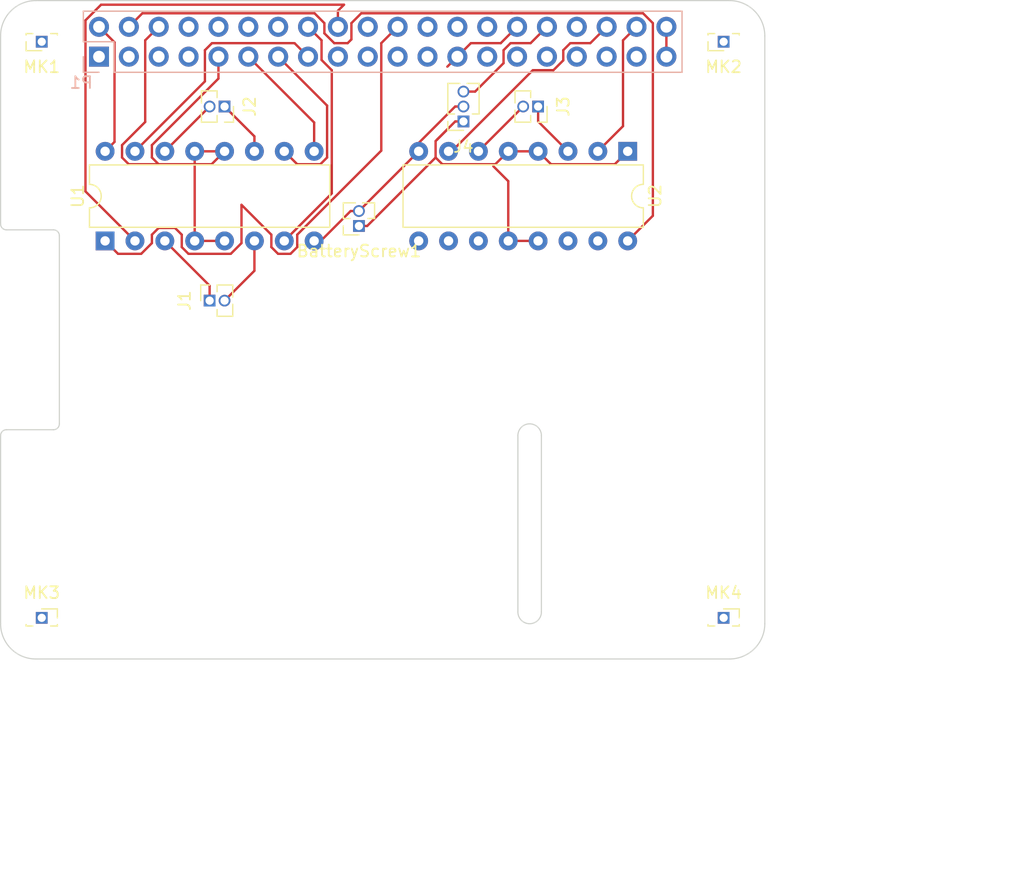
<source format=kicad_pcb>
(kicad_pcb (version 20171130) (host pcbnew "(5.1.10)-1")

  (general
    (thickness 1.6)
    (drawings 39)
    (tracks 136)
    (zones 0)
    (modules 12)
    (nets 45)
  )

  (page A3)
  (title_block
    (date "15 nov 2012")
  )

  (layers
    (0 F.Cu signal)
    (31 B.Cu signal)
    (32 B.Adhes user)
    (33 F.Adhes user)
    (34 B.Paste user)
    (35 F.Paste user)
    (36 B.SilkS user)
    (37 F.SilkS user)
    (38 B.Mask user)
    (39 F.Mask user)
    (40 Dwgs.User user)
    (41 Cmts.User user)
    (42 Eco1.User user)
    (43 Eco2.User user)
    (44 Edge.Cuts user)
  )

  (setup
    (last_trace_width 0.2)
    (trace_clearance 0.2)
    (zone_clearance 0.508)
    (zone_45_only no)
    (trace_min 0.1524)
    (via_size 0.9)
    (via_drill 0.6)
    (via_min_size 0.8)
    (via_min_drill 0.5)
    (uvia_size 0.5)
    (uvia_drill 0.1)
    (uvias_allowed no)
    (uvia_min_size 0.5)
    (uvia_min_drill 0.1)
    (edge_width 0.1)
    (segment_width 0.1)
    (pcb_text_width 0.3)
    (pcb_text_size 1 1)
    (mod_edge_width 0.15)
    (mod_text_size 1 1)
    (mod_text_width 0.15)
    (pad_size 1 1)
    (pad_drill 0.7)
    (pad_to_mask_clearance 0)
    (aux_axis_origin 200 150)
    (grid_origin 200 150)
    (visible_elements 7FFFFFFF)
    (pcbplotparams
      (layerselection 0x010ff_ffffffff)
      (usegerberextensions true)
      (usegerberattributes false)
      (usegerberadvancedattributes false)
      (creategerberjobfile false)
      (excludeedgelayer true)
      (linewidth 0.150000)
      (plotframeref false)
      (viasonmask false)
      (mode 1)
      (useauxorigin false)
      (hpglpennumber 1)
      (hpglpenspeed 20)
      (hpglpendiameter 15.000000)
      (psnegative false)
      (psa4output false)
      (plotreference true)
      (plotvalue true)
      (plotinvisibletext false)
      (padsonsilk false)
      (subtractmaskfromsilk false)
      (outputformat 1)
      (mirror false)
      (drillshape 0)
      (scaleselection 1)
      (outputdirectory "../../../../Downloads/"))
  )

  (net 0 "")
  (net 1 /ID_SD)
  (net 2 /ID_SC)
  (net 3 /GPIO5)
  (net 4 /GPIO6)
  (net 5 /GPIO26)
  (net 6 "/GPIO2(SDA1)")
  (net 7 "/GPIO3(SCL1)")
  (net 8 "/GPIO4(GCLK)")
  (net 9 "/GPIO14(TXD0)")
  (net 10 "/GPIO15(RXD0)")
  (net 11 "/GPIO17(GEN0)")
  (net 12 "/GPIO27(GEN2)")
  (net 13 "/GPIO22(GEN3)")
  (net 14 "/GPIO23(GEN4)")
  (net 15 "/GPIO24(GEN5)")
  (net 16 "/GPIO25(GEN6)")
  (net 17 "/GPIO18(GEN1)(PWM0)")
  (net 18 "/GPIO10(SPI0_MOSI)")
  (net 19 "/GPIO9(SPI0_MISO)")
  (net 20 "/GPIO11(SPI0_SCK)")
  (net 21 "/GPIO8(SPI0_CE_N)")
  (net 22 "/GPIO7(SPI1_CE_N)")
  (net 23 "/GPIO12(PWM0)")
  (net 24 "/GPIO13(PWM1)")
  (net 25 "/GPIO19(SPI1_MISO)")
  (net 26 /GPIO16)
  (net 27 "/GPIO20(SPI1_MOSI)")
  (net 28 -BATT)
  (net 29 +BATT)
  (net 30 "Net-(J1-Pad1)")
  (net 31 "Net-(J1-Pad2)")
  (net 32 "Net-(J2-Pad2)")
  (net 33 "Net-(J2-Pad1)")
  (net 34 "Net-(J3-Pad1)")
  (net 35 "Net-(J3-Pad2)")
  (net 36 "Net-(P1-Pad1)")
  (net 37 "Net-(P1-Pad2)")
  (net 38 "Net-(P1-Pad4)")
  (net 39 "Net-(P1-Pad17)")
  (net 40 "Net-(U2-Pad15)")
  (net 41 "Net-(U2-Pad14)")
  (net 42 "Net-(U2-Pad11)")
  (net 43 "Net-(U2-Pad10)")
  (net 44 "Net-(U2-Pad9)")

  (net_class Default "This is the default net class."
    (clearance 0.2)
    (trace_width 0.2)
    (via_dia 0.9)
    (via_drill 0.6)
    (uvia_dia 0.5)
    (uvia_drill 0.1)
    (add_net +BATT)
    (add_net -BATT)
    (add_net "/GPIO10(SPI0_MOSI)")
    (add_net "/GPIO11(SPI0_SCK)")
    (add_net "/GPIO12(PWM0)")
    (add_net "/GPIO13(PWM1)")
    (add_net "/GPIO14(TXD0)")
    (add_net "/GPIO15(RXD0)")
    (add_net /GPIO16)
    (add_net "/GPIO17(GEN0)")
    (add_net "/GPIO18(GEN1)(PWM0)")
    (add_net "/GPIO19(SPI1_MISO)")
    (add_net "/GPIO2(SDA1)")
    (add_net "/GPIO20(SPI1_MOSI)")
    (add_net "/GPIO22(GEN3)")
    (add_net "/GPIO23(GEN4)")
    (add_net "/GPIO24(GEN5)")
    (add_net "/GPIO25(GEN6)")
    (add_net /GPIO26)
    (add_net "/GPIO27(GEN2)")
    (add_net "/GPIO3(SCL1)")
    (add_net "/GPIO4(GCLK)")
    (add_net /GPIO5)
    (add_net /GPIO6)
    (add_net "/GPIO7(SPI1_CE_N)")
    (add_net "/GPIO8(SPI0_CE_N)")
    (add_net "/GPIO9(SPI0_MISO)")
    (add_net /ID_SC)
    (add_net /ID_SD)
    (add_net "Net-(J1-Pad1)")
    (add_net "Net-(J1-Pad2)")
    (add_net "Net-(J2-Pad1)")
    (add_net "Net-(J2-Pad2)")
    (add_net "Net-(J3-Pad1)")
    (add_net "Net-(J3-Pad2)")
    (add_net "Net-(P1-Pad1)")
    (add_net "Net-(P1-Pad17)")
    (add_net "Net-(P1-Pad2)")
    (add_net "Net-(P1-Pad4)")
    (add_net "Net-(U2-Pad10)")
    (add_net "Net-(U2-Pad11)")
    (add_net "Net-(U2-Pad14)")
    (add_net "Net-(U2-Pad15)")
    (add_net "Net-(U2-Pad9)")
  )

  (net_class Power ""
    (clearance 0.2)
    (trace_width 0.5)
    (via_dia 1)
    (via_drill 0.7)
    (uvia_dia 0.5)
    (uvia_drill 0.1)
  )

  (module Package_DIP:DIP-16_W7.62mm (layer F.Cu) (tedit 5A02E8C5) (tstamp 60D9FC0E)
    (at 253.34 106.82 270)
    (descr "16-lead though-hole mounted DIP package, row spacing 7.62 mm (300 mils)")
    (tags "THT DIP DIL PDIP 2.54mm 7.62mm 300mil")
    (path /60D85D6C)
    (fp_text reference U2 (at 3.81 -2.33 90) (layer F.SilkS)
      (effects (font (size 1 1) (thickness 0.15)))
    )
    (fp_text value L293D (at 3.81 20.11 90) (layer F.Fab)
      (effects (font (size 1 1) (thickness 0.15)))
    )
    (fp_line (start 8.7 -1.55) (end -1.1 -1.55) (layer F.CrtYd) (width 0.05))
    (fp_line (start 8.7 19.3) (end 8.7 -1.55) (layer F.CrtYd) (width 0.05))
    (fp_line (start -1.1 19.3) (end 8.7 19.3) (layer F.CrtYd) (width 0.05))
    (fp_line (start -1.1 -1.55) (end -1.1 19.3) (layer F.CrtYd) (width 0.05))
    (fp_line (start 6.46 -1.33) (end 4.81 -1.33) (layer F.SilkS) (width 0.12))
    (fp_line (start 6.46 19.11) (end 6.46 -1.33) (layer F.SilkS) (width 0.12))
    (fp_line (start 1.16 19.11) (end 6.46 19.11) (layer F.SilkS) (width 0.12))
    (fp_line (start 1.16 -1.33) (end 1.16 19.11) (layer F.SilkS) (width 0.12))
    (fp_line (start 2.81 -1.33) (end 1.16 -1.33) (layer F.SilkS) (width 0.12))
    (fp_line (start 0.635 -0.27) (end 1.635 -1.27) (layer F.Fab) (width 0.1))
    (fp_line (start 0.635 19.05) (end 0.635 -0.27) (layer F.Fab) (width 0.1))
    (fp_line (start 6.985 19.05) (end 0.635 19.05) (layer F.Fab) (width 0.1))
    (fp_line (start 6.985 -1.27) (end 6.985 19.05) (layer F.Fab) (width 0.1))
    (fp_line (start 1.635 -1.27) (end 6.985 -1.27) (layer F.Fab) (width 0.1))
    (fp_text user %R (at 3.81 8.89 90) (layer F.Fab)
      (effects (font (size 1 1) (thickness 0.15)))
    )
    (fp_arc (start 3.81 -1.33) (end 2.81 -1.33) (angle -180) (layer F.SilkS) (width 0.12))
    (pad 16 thru_hole oval (at 7.62 0 270) (size 1.6 1.6) (drill 0.8) (layers *.Cu *.Mask)
      (net 38 "Net-(P1-Pad4)"))
    (pad 8 thru_hole oval (at 0 17.78 270) (size 1.6 1.6) (drill 0.8) (layers *.Cu *.Mask)
      (net 29 +BATT))
    (pad 15 thru_hole oval (at 7.62 2.54 270) (size 1.6 1.6) (drill 0.8) (layers *.Cu *.Mask)
      (net 40 "Net-(U2-Pad15)"))
    (pad 7 thru_hole oval (at 0 15.24 270) (size 1.6 1.6) (drill 0.8) (layers *.Cu *.Mask)
      (net 26 /GPIO16))
    (pad 14 thru_hole oval (at 7.62 5.08 270) (size 1.6 1.6) (drill 0.8) (layers *.Cu *.Mask)
      (net 41 "Net-(U2-Pad14)"))
    (pad 6 thru_hole oval (at 0 12.7 270) (size 1.6 1.6) (drill 0.8) (layers *.Cu *.Mask)
      (net 35 "Net-(J3-Pad2)"))
    (pad 13 thru_hole oval (at 7.62 7.62 270) (size 1.6 1.6) (drill 0.8) (layers *.Cu *.Mask)
      (net 28 -BATT))
    (pad 5 thru_hole oval (at 0 10.16 270) (size 1.6 1.6) (drill 0.8) (layers *.Cu *.Mask)
      (net 28 -BATT))
    (pad 12 thru_hole oval (at 7.62 10.16 270) (size 1.6 1.6) (drill 0.8) (layers *.Cu *.Mask)
      (net 28 -BATT))
    (pad 4 thru_hole oval (at 0 7.62 270) (size 1.6 1.6) (drill 0.8) (layers *.Cu *.Mask)
      (net 28 -BATT))
    (pad 11 thru_hole oval (at 7.62 12.7 270) (size 1.6 1.6) (drill 0.8) (layers *.Cu *.Mask)
      (net 42 "Net-(U2-Pad11)"))
    (pad 3 thru_hole oval (at 0 5.08 270) (size 1.6 1.6) (drill 0.8) (layers *.Cu *.Mask)
      (net 34 "Net-(J3-Pad1)"))
    (pad 10 thru_hole oval (at 7.62 15.24 270) (size 1.6 1.6) (drill 0.8) (layers *.Cu *.Mask)
      (net 43 "Net-(U2-Pad10)"))
    (pad 2 thru_hole oval (at 0 2.54 270) (size 1.6 1.6) (drill 0.8) (layers *.Cu *.Mask)
      (net 27 "/GPIO20(SPI1_MOSI)"))
    (pad 9 thru_hole oval (at 7.62 17.78 270) (size 1.6 1.6) (drill 0.8) (layers *.Cu *.Mask)
      (net 44 "Net-(U2-Pad9)"))
    (pad 1 thru_hole rect (at 0 0 270) (size 1.6 1.6) (drill 0.8) (layers *.Cu *.Mask)
      (net 28 -BATT))
    (model ${KISYS3DMOD}/Package_DIP.3dshapes/DIP-16_W7.62mm.wrl
      (at (xyz 0 0 0))
      (scale (xyz 1 1 1))
      (rotate (xyz 0 0 0))
    )
  )

  (module Connector_PinSocket_1.27mm:PinSocket_1x02_P1.27mm_Vertical (layer F.Cu) (tedit 60D9E6DC) (tstamp 60D9FB5E)
    (at 245.72 103.01 270)
    (descr "Through hole straight socket strip, 1x02, 1.27mm pitch, single row (from Kicad 4.0.7), script generated")
    (tags "Through hole socket strip THT 1x02 1.27mm single row")
    (path /60D89640)
    (fp_text reference J3 (at 0 -2.135 90) (layer F.SilkS)
      (effects (font (size 1 1) (thickness 0.15)))
    )
    (fp_text value Screw_Terminal_01x02 (at 0 3.405 90) (layer F.Fab)
      (effects (font (size 1 1) (thickness 0.15)))
    )
    (fp_line (start -1.27 -0.635) (end 0.635 -0.635) (layer F.Fab) (width 0.1))
    (fp_line (start 0.635 -0.635) (end 1.27 0) (layer F.Fab) (width 0.1))
    (fp_line (start 1.27 0) (end 1.27 1.905) (layer F.Fab) (width 0.1))
    (fp_line (start 1.27 1.905) (end -1.27 1.905) (layer F.Fab) (width 0.1))
    (fp_line (start -1.27 1.905) (end -1.27 -0.635) (layer F.Fab) (width 0.1))
    (fp_line (start -1.33 0.635) (end -0.76 0.635) (layer F.SilkS) (width 0.12))
    (fp_line (start 0.76 0.635) (end 1.33 0.635) (layer F.SilkS) (width 0.12))
    (fp_line (start -1.33 0.635) (end -1.33 1.965) (layer F.SilkS) (width 0.12))
    (fp_line (start -1.33 1.965) (end -0.30753 1.965) (layer F.SilkS) (width 0.12))
    (fp_line (start 0.30753 1.965) (end 1.33 1.965) (layer F.SilkS) (width 0.12))
    (fp_line (start 1.33 0.635) (end 1.33 1.965) (layer F.SilkS) (width 0.12))
    (fp_line (start 1.33 -0.76) (end 1.33 0) (layer F.SilkS) (width 0.12))
    (fp_line (start 0 -0.76) (end 1.33 -0.76) (layer F.SilkS) (width 0.12))
    (fp_line (start -1.8 -1.15) (end 1.75 -1.15) (layer F.CrtYd) (width 0.05))
    (fp_line (start 1.75 -1.15) (end 1.75 2.4) (layer F.CrtYd) (width 0.05))
    (fp_line (start 1.75 2.4) (end -1.8 2.4) (layer F.CrtYd) (width 0.05))
    (fp_line (start -1.8 2.4) (end -1.8 -1.15) (layer F.CrtYd) (width 0.05))
    (fp_text user %R (at 0 0.635) (layer F.Fab)
      (effects (font (size 1 1) (thickness 0.15)))
    )
    (pad 1 thru_hole rect (at 0 0 270) (size 1 1) (drill 0.7) (layers *.Cu *.Mask)
      (net 34 "Net-(J3-Pad1)"))
    (pad 2 thru_hole oval (at 0 1.27 270) (size 1 1) (drill 0.7) (layers *.Cu *.Mask)
      (net 35 "Net-(J3-Pad2)"))
    (model ${KISYS3DMOD}/Connector_PinSocket_1.27mm.3dshapes/PinSocket_1x02_P1.27mm_Vertical.wrl
      (at (xyz 0 0 0))
      (scale (xyz 1 1 1))
      (rotate (xyz 0 0 0))
    )
  )

  (module Connector_PinSocket_2.54mm:PinSocket_2x20_P2.54mm_Vertical (layer B.Cu) (tedit 5A19A433) (tstamp 5A793E9F)
    (at 208.37 98.77 270)
    (descr "Through hole straight socket strip, 2x20, 2.54mm pitch, double cols (from Kicad 4.0.7), script generated")
    (tags "Through hole socket strip THT 2x20 2.54mm double row")
    (path /59AD464A)
    (fp_text reference P1 (at 2.208 1.512) (layer B.SilkS)
      (effects (font (size 1 1) (thickness 0.15)) (justify mirror))
    )
    (fp_text value Conn_02x20_Odd_Even (at -1.27 -51.03 270) (layer B.Fab)
      (effects (font (size 1 1) (thickness 0.15)) (justify mirror))
    )
    (fp_line (start -3.81 1.27) (end 0.27 1.27) (layer B.Fab) (width 0.1))
    (fp_line (start 0.27 1.27) (end 1.27 0.27) (layer B.Fab) (width 0.1))
    (fp_line (start 1.27 0.27) (end 1.27 -49.53) (layer B.Fab) (width 0.1))
    (fp_line (start 1.27 -49.53) (end -3.81 -49.53) (layer B.Fab) (width 0.1))
    (fp_line (start -3.81 -49.53) (end -3.81 1.27) (layer B.Fab) (width 0.1))
    (fp_line (start -3.87 1.33) (end -1.27 1.33) (layer B.SilkS) (width 0.12))
    (fp_line (start -3.87 1.33) (end -3.87 -49.59) (layer B.SilkS) (width 0.12))
    (fp_line (start -3.87 -49.59) (end 1.33 -49.59) (layer B.SilkS) (width 0.12))
    (fp_line (start 1.33 -1.27) (end 1.33 -49.59) (layer B.SilkS) (width 0.12))
    (fp_line (start -1.27 -1.27) (end 1.33 -1.27) (layer B.SilkS) (width 0.12))
    (fp_line (start -1.27 1.33) (end -1.27 -1.27) (layer B.SilkS) (width 0.12))
    (fp_line (start 1.33 1.33) (end 1.33 0) (layer B.SilkS) (width 0.12))
    (fp_line (start 0 1.33) (end 1.33 1.33) (layer B.SilkS) (width 0.12))
    (fp_line (start -4.34 1.8) (end 1.76 1.8) (layer B.CrtYd) (width 0.05))
    (fp_line (start 1.76 1.8) (end 1.76 -50) (layer B.CrtYd) (width 0.05))
    (fp_line (start 1.76 -50) (end -4.34 -50) (layer B.CrtYd) (width 0.05))
    (fp_line (start -4.34 -50) (end -4.34 1.8) (layer B.CrtYd) (width 0.05))
    (fp_text user %R (at -1.27 -24.13 180) (layer B.Fab)
      (effects (font (size 1 1) (thickness 0.15)) (justify mirror))
    )
    (pad 1 thru_hole rect (at 0 0 270) (size 1.7 1.7) (drill 1) (layers *.Cu *.Mask)
      (net 36 "Net-(P1-Pad1)"))
    (pad 2 thru_hole oval (at -2.54 0 270) (size 1.7 1.7) (drill 1) (layers *.Cu *.Mask)
      (net 37 "Net-(P1-Pad2)"))
    (pad 3 thru_hole oval (at 0 -2.54 270) (size 1.7 1.7) (drill 1) (layers *.Cu *.Mask)
      (net 6 "/GPIO2(SDA1)"))
    (pad 4 thru_hole oval (at -2.54 -2.54 270) (size 1.7 1.7) (drill 1) (layers *.Cu *.Mask)
      (net 38 "Net-(P1-Pad4)"))
    (pad 5 thru_hole oval (at 0 -5.08 270) (size 1.7 1.7) (drill 1) (layers *.Cu *.Mask)
      (net 7 "/GPIO3(SCL1)"))
    (pad 6 thru_hole oval (at -2.54 -5.08 270) (size 1.7 1.7) (drill 1) (layers *.Cu *.Mask)
      (net 28 -BATT))
    (pad 7 thru_hole oval (at 0 -7.62 270) (size 1.7 1.7) (drill 1) (layers *.Cu *.Mask)
      (net 8 "/GPIO4(GCLK)"))
    (pad 8 thru_hole oval (at -2.54 -7.62 270) (size 1.7 1.7) (drill 1) (layers *.Cu *.Mask)
      (net 9 "/GPIO14(TXD0)"))
    (pad 9 thru_hole oval (at 0 -10.16 270) (size 1.7 1.7) (drill 1) (layers *.Cu *.Mask)
      (net 28 -BATT))
    (pad 10 thru_hole oval (at -2.54 -10.16 270) (size 1.7 1.7) (drill 1) (layers *.Cu *.Mask)
      (net 10 "/GPIO15(RXD0)"))
    (pad 11 thru_hole oval (at 0 -12.7 270) (size 1.7 1.7) (drill 1) (layers *.Cu *.Mask)
      (net 11 "/GPIO17(GEN0)"))
    (pad 12 thru_hole oval (at -2.54 -12.7 270) (size 1.7 1.7) (drill 1) (layers *.Cu *.Mask)
      (net 17 "/GPIO18(GEN1)(PWM0)"))
    (pad 13 thru_hole oval (at 0 -15.24 270) (size 1.7 1.7) (drill 1) (layers *.Cu *.Mask)
      (net 12 "/GPIO27(GEN2)"))
    (pad 14 thru_hole oval (at -2.54 -15.24 270) (size 1.7 1.7) (drill 1) (layers *.Cu *.Mask)
      (net 28 -BATT))
    (pad 15 thru_hole oval (at 0 -17.78 270) (size 1.7 1.7) (drill 1) (layers *.Cu *.Mask)
      (net 13 "/GPIO22(GEN3)"))
    (pad 16 thru_hole oval (at -2.54 -17.78 270) (size 1.7 1.7) (drill 1) (layers *.Cu *.Mask)
      (net 14 "/GPIO23(GEN4)"))
    (pad 17 thru_hole oval (at 0 -20.32 270) (size 1.7 1.7) (drill 1) (layers *.Cu *.Mask)
      (net 39 "Net-(P1-Pad17)"))
    (pad 18 thru_hole oval (at -2.54 -20.32 270) (size 1.7 1.7) (drill 1) (layers *.Cu *.Mask)
      (net 15 "/GPIO24(GEN5)"))
    (pad 19 thru_hole oval (at 0 -22.86 270) (size 1.7 1.7) (drill 1) (layers *.Cu *.Mask)
      (net 18 "/GPIO10(SPI0_MOSI)"))
    (pad 20 thru_hole oval (at -2.54 -22.86 270) (size 1.7 1.7) (drill 1) (layers *.Cu *.Mask)
      (net 28 -BATT))
    (pad 21 thru_hole oval (at 0 -25.4 270) (size 1.7 1.7) (drill 1) (layers *.Cu *.Mask)
      (net 19 "/GPIO9(SPI0_MISO)"))
    (pad 22 thru_hole oval (at -2.54 -25.4 270) (size 1.7 1.7) (drill 1) (layers *.Cu *.Mask)
      (net 16 "/GPIO25(GEN6)"))
    (pad 23 thru_hole oval (at 0 -27.94 270) (size 1.7 1.7) (drill 1) (layers *.Cu *.Mask)
      (net 20 "/GPIO11(SPI0_SCK)"))
    (pad 24 thru_hole oval (at -2.54 -27.94 270) (size 1.7 1.7) (drill 1) (layers *.Cu *.Mask)
      (net 21 "/GPIO8(SPI0_CE_N)"))
    (pad 25 thru_hole oval (at 0 -30.48 270) (size 1.7 1.7) (drill 1) (layers *.Cu *.Mask)
      (net 28 -BATT))
    (pad 26 thru_hole oval (at -2.54 -30.48 270) (size 1.7 1.7) (drill 1) (layers *.Cu *.Mask)
      (net 22 "/GPIO7(SPI1_CE_N)"))
    (pad 27 thru_hole oval (at 0 -33.02 270) (size 1.7 1.7) (drill 1) (layers *.Cu *.Mask)
      (net 1 /ID_SD))
    (pad 28 thru_hole oval (at -2.54 -33.02 270) (size 1.7 1.7) (drill 1) (layers *.Cu *.Mask)
      (net 2 /ID_SC))
    (pad 29 thru_hole oval (at 0 -35.56 270) (size 1.7 1.7) (drill 1) (layers *.Cu *.Mask)
      (net 3 /GPIO5))
    (pad 30 thru_hole oval (at -2.54 -35.56 270) (size 1.7 1.7) (drill 1) (layers *.Cu *.Mask)
      (net 28 -BATT))
    (pad 31 thru_hole oval (at 0 -38.1 270) (size 1.7 1.7) (drill 1) (layers *.Cu *.Mask)
      (net 4 /GPIO6))
    (pad 32 thru_hole oval (at -2.54 -38.1 270) (size 1.7 1.7) (drill 1) (layers *.Cu *.Mask)
      (net 23 "/GPIO12(PWM0)"))
    (pad 33 thru_hole oval (at 0 -40.64 270) (size 1.7 1.7) (drill 1) (layers *.Cu *.Mask)
      (net 24 "/GPIO13(PWM1)"))
    (pad 34 thru_hole oval (at -2.54 -40.64 270) (size 1.7 1.7) (drill 1) (layers *.Cu *.Mask)
      (net 28 -BATT))
    (pad 35 thru_hole oval (at 0 -43.18 270) (size 1.7 1.7) (drill 1) (layers *.Cu *.Mask)
      (net 25 "/GPIO19(SPI1_MISO)"))
    (pad 36 thru_hole oval (at -2.54 -43.18 270) (size 1.7 1.7) (drill 1) (layers *.Cu *.Mask)
      (net 26 /GPIO16))
    (pad 37 thru_hole oval (at 0 -45.72 270) (size 1.7 1.7) (drill 1) (layers *.Cu *.Mask)
      (net 5 /GPIO26))
    (pad 38 thru_hole oval (at -2.54 -45.72 270) (size 1.7 1.7) (drill 1) (layers *.Cu *.Mask)
      (net 27 "/GPIO20(SPI1_MOSI)"))
    (pad 39 thru_hole oval (at 0 -48.26 270) (size 1.7 1.7) (drill 1) (layers *.Cu *.Mask)
      (net 28 -BATT))
    (pad 40 thru_hole oval (at -2.54 -48.26 270) (size 1.7 1.7) (drill 1) (layers *.Cu *.Mask)
      (net 28 -BATT))
    (model ${KISYS3DMOD}/Connector_PinSocket_2.54mm.3dshapes/PinSocket_2x20_P2.54mm_Vertical.wrl
      (at (xyz 0 0 0))
      (scale (xyz 1 1 1))
      (rotate (xyz 0 0 0))
    )
  )

  (module Connector_PinSocket_1.27mm:PinSocket_1x02_P1.27mm_Vertical (layer F.Cu) (tedit 60DA881B) (tstamp 60D9FB2E)
    (at 217.78 119.52 90)
    (descr "Through hole straight socket strip, 1x02, 1.27mm pitch, single row (from Kicad 4.0.7), script generated")
    (tags "Through hole socket strip THT 1x02 1.27mm single row")
    (path /60D87981)
    (fp_text reference J1 (at 0 -2.135 90) (layer F.SilkS)
      (effects (font (size 1 1) (thickness 0.15)))
    )
    (fp_text value Screw_Terminal_01x02 (at 0 3.405 90) (layer F.Fab)
      (effects (font (size 1 1) (thickness 0.15)))
    )
    (fp_line (start -1.27 -0.635) (end 0.635 -0.635) (layer F.Fab) (width 0.1))
    (fp_line (start 0.635 -0.635) (end 1.27 0) (layer F.Fab) (width 0.1))
    (fp_line (start 1.27 0) (end 1.27 1.905) (layer F.Fab) (width 0.1))
    (fp_line (start 1.27 1.905) (end -1.27 1.905) (layer F.Fab) (width 0.1))
    (fp_line (start -1.27 1.905) (end -1.27 -0.635) (layer F.Fab) (width 0.1))
    (fp_line (start -1.33 0.635) (end -0.76 0.635) (layer F.SilkS) (width 0.12))
    (fp_line (start 0.76 0.635) (end 1.33 0.635) (layer F.SilkS) (width 0.12))
    (fp_line (start -1.33 0.635) (end -1.33 1.965) (layer F.SilkS) (width 0.12))
    (fp_line (start -1.33 1.965) (end -0.30753 1.965) (layer F.SilkS) (width 0.12))
    (fp_line (start 0.30753 1.965) (end 1.33 1.965) (layer F.SilkS) (width 0.12))
    (fp_line (start 1.33 0.635) (end 1.33 1.965) (layer F.SilkS) (width 0.12))
    (fp_line (start 1.33 -0.76) (end 1.33 0) (layer F.SilkS) (width 0.12))
    (fp_line (start 0 -0.76) (end 1.33 -0.76) (layer F.SilkS) (width 0.12))
    (fp_line (start -1.8 -1.15) (end 1.75 -1.15) (layer F.CrtYd) (width 0.05))
    (fp_line (start 1.75 -1.15) (end 1.75 2.4) (layer F.CrtYd) (width 0.05))
    (fp_line (start 1.75 2.4) (end -1.8 2.4) (layer F.CrtYd) (width 0.05))
    (fp_line (start -1.8 2.4) (end -1.8 -1.15) (layer F.CrtYd) (width 0.05))
    (fp_text user %R (at 0 0.635) (layer F.Fab)
      (effects (font (size 1 1) (thickness 0.15)))
    )
    (pad 1 thru_hole rect (at 0 0 90) (size 1 1) (drill 0.7) (layers *.Cu *.Mask)
      (net 30 "Net-(J1-Pad1)"))
    (pad 2 thru_hole oval (at 0 1.27 90) (size 1 1) (drill 0.7) (layers *.Cu *.Mask)
      (net 31 "Net-(J1-Pad2)"))
    (model ${KISYS3DMOD}/Connector_PinSocket_1.27mm.3dshapes/PinSocket_1x02_P1.27mm_Vertical.wrl
      (at (xyz 0 0 0))
      (scale (xyz 1 1 1))
      (rotate (xyz 0 0 0))
    )
  )

  (module Connector_PinSocket_1.27mm:PinSocket_1x02_P1.27mm_Vertical (layer F.Cu) (tedit 60D9E6C1) (tstamp 60D9FB46)
    (at 219.05 103.01 270)
    (descr "Through hole straight socket strip, 1x02, 1.27mm pitch, single row (from Kicad 4.0.7), script generated")
    (tags "Through hole socket strip THT 1x02 1.27mm single row")
    (path /60D88A47)
    (fp_text reference J2 (at 0 -2.135 90) (layer F.SilkS)
      (effects (font (size 1 1) (thickness 0.15)))
    )
    (fp_text value Screw_Terminal_01x02 (at 0 3.405 90) (layer F.Fab)
      (effects (font (size 1 1) (thickness 0.15)))
    )
    (fp_line (start -1.8 2.4) (end -1.8 -1.15) (layer F.CrtYd) (width 0.05))
    (fp_line (start 1.75 2.4) (end -1.8 2.4) (layer F.CrtYd) (width 0.05))
    (fp_line (start 1.75 -1.15) (end 1.75 2.4) (layer F.CrtYd) (width 0.05))
    (fp_line (start -1.8 -1.15) (end 1.75 -1.15) (layer F.CrtYd) (width 0.05))
    (fp_line (start 0 -0.76) (end 1.33 -0.76) (layer F.SilkS) (width 0.12))
    (fp_line (start 1.33 -0.76) (end 1.33 0) (layer F.SilkS) (width 0.12))
    (fp_line (start 1.33 0.635) (end 1.33 1.965) (layer F.SilkS) (width 0.12))
    (fp_line (start 0.30753 1.965) (end 1.33 1.965) (layer F.SilkS) (width 0.12))
    (fp_line (start -1.33 1.965) (end -0.30753 1.965) (layer F.SilkS) (width 0.12))
    (fp_line (start -1.33 0.635) (end -1.33 1.965) (layer F.SilkS) (width 0.12))
    (fp_line (start 0.76 0.635) (end 1.33 0.635) (layer F.SilkS) (width 0.12))
    (fp_line (start -1.33 0.635) (end -0.76 0.635) (layer F.SilkS) (width 0.12))
    (fp_line (start -1.27 1.905) (end -1.27 -0.635) (layer F.Fab) (width 0.1))
    (fp_line (start 1.27 1.905) (end -1.27 1.905) (layer F.Fab) (width 0.1))
    (fp_line (start 1.27 0) (end 1.27 1.905) (layer F.Fab) (width 0.1))
    (fp_line (start 0.635 -0.635) (end 1.27 0) (layer F.Fab) (width 0.1))
    (fp_line (start -1.27 -0.635) (end 0.635 -0.635) (layer F.Fab) (width 0.1))
    (fp_text user %R (at 0 0.635) (layer F.Fab)
      (effects (font (size 1 1) (thickness 0.15)))
    )
    (pad 2 thru_hole oval (at 0 1.27 270) (size 1 1) (drill 0.7) (layers *.Cu *.Mask)
      (net 32 "Net-(J2-Pad2)"))
    (pad 1 thru_hole rect (at 0 0 270) (size 1 1) (drill 0.7) (layers *.Cu *.Mask)
      (net 33 "Net-(J2-Pad1)"))
    (model ${KISYS3DMOD}/Connector_PinSocket_1.27mm.3dshapes/PinSocket_1x02_P1.27mm_Vertical.wrl
      (at (xyz 0 0 0))
      (scale (xyz 1 1 1))
      (rotate (xyz 0 0 0))
    )
  )

  (module Connector_PinSocket_1.27mm:PinSocket_1x01_P1.27mm_Vertical (layer F.Cu) (tedit 5A19A430) (tstamp 60D9FB77)
    (at 203.5 97.5 180)
    (descr "Through hole straight socket strip, 1x01, 1.27mm pitch, single row (from Kicad 4.0.7), script generated")
    (tags "Through hole socket strip THT 1x01 1.27mm single row")
    (path /5834FB2E)
    (fp_text reference MK1 (at 0 -2.135) (layer F.SilkS)
      (effects (font (size 1 1) (thickness 0.15)))
    )
    (fp_text value M2.5 (at 0 2.135) (layer F.Fab)
      (effects (font (size 1 1) (thickness 0.15)))
    )
    (fp_line (start -1.27 -0.635) (end 0.9525 -0.635) (layer F.Fab) (width 0.1))
    (fp_line (start 0.9525 -0.635) (end 1.27 -0.3175) (layer F.Fab) (width 0.1))
    (fp_line (start 1.27 -0.3175) (end 1.27 0.635) (layer F.Fab) (width 0.1))
    (fp_line (start 1.27 0.635) (end -1.27 0.635) (layer F.Fab) (width 0.1))
    (fp_line (start -1.27 0.635) (end -1.27 -0.635) (layer F.Fab) (width 0.1))
    (fp_line (start -1.33 0.695) (end -0.76 0.695) (layer F.SilkS) (width 0.12))
    (fp_line (start 0.76 0.695) (end 1.33 0.695) (layer F.SilkS) (width 0.12))
    (fp_line (start -1.33 0.575) (end -1.33 0.695) (layer F.SilkS) (width 0.12))
    (fp_line (start 1.33 0.575) (end 1.33 0.695) (layer F.SilkS) (width 0.12))
    (fp_line (start 1.33 -0.76) (end 1.33 0) (layer F.SilkS) (width 0.12))
    (fp_line (start 0 -0.76) (end 1.33 -0.76) (layer F.SilkS) (width 0.12))
    (fp_line (start -1.8 -1.15) (end 1.75 -1.15) (layer F.CrtYd) (width 0.05))
    (fp_line (start 1.75 -1.15) (end 1.75 1.15) (layer F.CrtYd) (width 0.05))
    (fp_line (start 1.75 1.15) (end -1.8 1.15) (layer F.CrtYd) (width 0.05))
    (fp_line (start -1.8 1.15) (end -1.8 -1.15) (layer F.CrtYd) (width 0.05))
    (fp_text user %R (at 0 0) (layer F.Fab)
      (effects (font (size 0.76 0.76) (thickness 0.11)))
    )
    (pad 1 thru_hole rect (at 0 0 180) (size 1 1) (drill 0.7) (layers *.Cu *.Mask))
    (model ${KISYS3DMOD}/Connector_PinSocket_1.27mm.3dshapes/PinSocket_1x01_P1.27mm_Vertical.wrl
      (at (xyz 0 0 0))
      (scale (xyz 1 1 1))
      (rotate (xyz 0 0 0))
    )
  )

  (module Connector_PinSocket_1.27mm:PinSocket_1x01_P1.27mm_Vertical (layer F.Cu) (tedit 5A19A430) (tstamp 60D9FB8B)
    (at 261.5 97.5 180)
    (descr "Through hole straight socket strip, 1x01, 1.27mm pitch, single row (from Kicad 4.0.7), script generated")
    (tags "Through hole socket strip THT 1x01 1.27mm single row")
    (path /5834FC19)
    (fp_text reference MK2 (at 0 -2.135) (layer F.SilkS)
      (effects (font (size 1 1) (thickness 0.15)))
    )
    (fp_text value M2.5 (at 0 2.135) (layer F.Fab)
      (effects (font (size 1 1) (thickness 0.15)))
    )
    (fp_line (start -1.27 -0.635) (end 0.9525 -0.635) (layer F.Fab) (width 0.1))
    (fp_line (start 0.9525 -0.635) (end 1.27 -0.3175) (layer F.Fab) (width 0.1))
    (fp_line (start 1.27 -0.3175) (end 1.27 0.635) (layer F.Fab) (width 0.1))
    (fp_line (start 1.27 0.635) (end -1.27 0.635) (layer F.Fab) (width 0.1))
    (fp_line (start -1.27 0.635) (end -1.27 -0.635) (layer F.Fab) (width 0.1))
    (fp_line (start -1.33 0.695) (end -0.76 0.695) (layer F.SilkS) (width 0.12))
    (fp_line (start 0.76 0.695) (end 1.33 0.695) (layer F.SilkS) (width 0.12))
    (fp_line (start -1.33 0.575) (end -1.33 0.695) (layer F.SilkS) (width 0.12))
    (fp_line (start 1.33 0.575) (end 1.33 0.695) (layer F.SilkS) (width 0.12))
    (fp_line (start 1.33 -0.76) (end 1.33 0) (layer F.SilkS) (width 0.12))
    (fp_line (start 0 -0.76) (end 1.33 -0.76) (layer F.SilkS) (width 0.12))
    (fp_line (start -1.8 -1.15) (end 1.75 -1.15) (layer F.CrtYd) (width 0.05))
    (fp_line (start 1.75 -1.15) (end 1.75 1.15) (layer F.CrtYd) (width 0.05))
    (fp_line (start 1.75 1.15) (end -1.8 1.15) (layer F.CrtYd) (width 0.05))
    (fp_line (start -1.8 1.15) (end -1.8 -1.15) (layer F.CrtYd) (width 0.05))
    (fp_text user %R (at 0 0) (layer F.Fab)
      (effects (font (size 0.76 0.76) (thickness 0.11)))
    )
    (pad 1 thru_hole rect (at 0 0 180) (size 1 1) (drill 0.7) (layers *.Cu *.Mask))
    (model ${KISYS3DMOD}/Connector_PinSocket_1.27mm.3dshapes/PinSocket_1x01_P1.27mm_Vertical.wrl
      (at (xyz 0 0 0))
      (scale (xyz 1 1 1))
      (rotate (xyz 0 0 0))
    )
  )

  (module Connector_PinSocket_1.27mm:PinSocket_1x01_P1.27mm_Vertical (layer F.Cu) (tedit 5A19A430) (tstamp 60D9FB9F)
    (at 203.5 146.5)
    (descr "Through hole straight socket strip, 1x01, 1.27mm pitch, single row (from Kicad 4.0.7), script generated")
    (tags "Through hole socket strip THT 1x01 1.27mm single row")
    (path /5834FBEF)
    (fp_text reference MK3 (at 0 -2.135) (layer F.SilkS)
      (effects (font (size 1 1) (thickness 0.15)))
    )
    (fp_text value M2.5 (at 0 2.135) (layer F.Fab)
      (effects (font (size 1 1) (thickness 0.15)))
    )
    (fp_line (start -1.8 1.15) (end -1.8 -1.15) (layer F.CrtYd) (width 0.05))
    (fp_line (start 1.75 1.15) (end -1.8 1.15) (layer F.CrtYd) (width 0.05))
    (fp_line (start 1.75 -1.15) (end 1.75 1.15) (layer F.CrtYd) (width 0.05))
    (fp_line (start -1.8 -1.15) (end 1.75 -1.15) (layer F.CrtYd) (width 0.05))
    (fp_line (start 0 -0.76) (end 1.33 -0.76) (layer F.SilkS) (width 0.12))
    (fp_line (start 1.33 -0.76) (end 1.33 0) (layer F.SilkS) (width 0.12))
    (fp_line (start 1.33 0.575) (end 1.33 0.695) (layer F.SilkS) (width 0.12))
    (fp_line (start -1.33 0.575) (end -1.33 0.695) (layer F.SilkS) (width 0.12))
    (fp_line (start 0.76 0.695) (end 1.33 0.695) (layer F.SilkS) (width 0.12))
    (fp_line (start -1.33 0.695) (end -0.76 0.695) (layer F.SilkS) (width 0.12))
    (fp_line (start -1.27 0.635) (end -1.27 -0.635) (layer F.Fab) (width 0.1))
    (fp_line (start 1.27 0.635) (end -1.27 0.635) (layer F.Fab) (width 0.1))
    (fp_line (start 1.27 -0.3175) (end 1.27 0.635) (layer F.Fab) (width 0.1))
    (fp_line (start 0.9525 -0.635) (end 1.27 -0.3175) (layer F.Fab) (width 0.1))
    (fp_line (start -1.27 -0.635) (end 0.9525 -0.635) (layer F.Fab) (width 0.1))
    (fp_text user %R (at 0 0) (layer F.Fab)
      (effects (font (size 0.76 0.76) (thickness 0.11)))
    )
    (pad 1 thru_hole rect (at 0 0) (size 1 1) (drill 0.7) (layers *.Cu *.Mask))
    (model ${KISYS3DMOD}/Connector_PinSocket_1.27mm.3dshapes/PinSocket_1x01_P1.27mm_Vertical.wrl
      (at (xyz 0 0 0))
      (scale (xyz 1 1 1))
      (rotate (xyz 0 0 0))
    )
  )

  (module Connector_PinSocket_1.27mm:PinSocket_1x01_P1.27mm_Vertical (layer F.Cu) (tedit 5A19A430) (tstamp 60D9FBB3)
    (at 261.5 146.5)
    (descr "Through hole straight socket strip, 1x01, 1.27mm pitch, single row (from Kicad 4.0.7), script generated")
    (tags "Through hole socket strip THT 1x01 1.27mm single row")
    (path /5834FC4F)
    (fp_text reference MK4 (at 0 -2.135) (layer F.SilkS)
      (effects (font (size 1 1) (thickness 0.15)))
    )
    (fp_text value M2.5 (at 0 2.135) (layer F.Fab)
      (effects (font (size 1 1) (thickness 0.15)))
    )
    (fp_line (start -1.8 1.15) (end -1.8 -1.15) (layer F.CrtYd) (width 0.05))
    (fp_line (start 1.75 1.15) (end -1.8 1.15) (layer F.CrtYd) (width 0.05))
    (fp_line (start 1.75 -1.15) (end 1.75 1.15) (layer F.CrtYd) (width 0.05))
    (fp_line (start -1.8 -1.15) (end 1.75 -1.15) (layer F.CrtYd) (width 0.05))
    (fp_line (start 0 -0.76) (end 1.33 -0.76) (layer F.SilkS) (width 0.12))
    (fp_line (start 1.33 -0.76) (end 1.33 0) (layer F.SilkS) (width 0.12))
    (fp_line (start 1.33 0.575) (end 1.33 0.695) (layer F.SilkS) (width 0.12))
    (fp_line (start -1.33 0.575) (end -1.33 0.695) (layer F.SilkS) (width 0.12))
    (fp_line (start 0.76 0.695) (end 1.33 0.695) (layer F.SilkS) (width 0.12))
    (fp_line (start -1.33 0.695) (end -0.76 0.695) (layer F.SilkS) (width 0.12))
    (fp_line (start -1.27 0.635) (end -1.27 -0.635) (layer F.Fab) (width 0.1))
    (fp_line (start 1.27 0.635) (end -1.27 0.635) (layer F.Fab) (width 0.1))
    (fp_line (start 1.27 -0.3175) (end 1.27 0.635) (layer F.Fab) (width 0.1))
    (fp_line (start 0.9525 -0.635) (end 1.27 -0.3175) (layer F.Fab) (width 0.1))
    (fp_line (start -1.27 -0.635) (end 0.9525 -0.635) (layer F.Fab) (width 0.1))
    (fp_text user %R (at 0 0) (layer F.Fab)
      (effects (font (size 0.76 0.76) (thickness 0.11)))
    )
    (pad 1 thru_hole rect (at 0 0) (size 1 1) (drill 0.7) (layers *.Cu *.Mask))
    (model ${KISYS3DMOD}/Connector_PinSocket_1.27mm.3dshapes/PinSocket_1x01_P1.27mm_Vertical.wrl
      (at (xyz 0 0 0))
      (scale (xyz 1 1 1))
      (rotate (xyz 0 0 0))
    )
  )

  (module Package_DIP:DIP-16_W7.62mm (layer F.Cu) (tedit 60D9E6B1) (tstamp 60D9FBEA)
    (at 208.89 114.44 90)
    (descr "16-lead though-hole mounted DIP package, row spacing 7.62 mm (300 mils)")
    (tags "THT DIP DIL PDIP 2.54mm 7.62mm 300mil")
    (path /60D808B0)
    (fp_text reference U1 (at 3.81 -2.33 90) (layer F.SilkS)
      (effects (font (size 1 1) (thickness 0.15)))
    )
    (fp_text value L293D (at 3.81 20.11 90) (layer F.Fab)
      (effects (font (size 1 1) (thickness 0.15)))
    )
    (fp_line (start 1.635 -1.27) (end 6.985 -1.27) (layer F.Fab) (width 0.1))
    (fp_line (start 6.985 -1.27) (end 6.985 19.05) (layer F.Fab) (width 0.1))
    (fp_line (start 6.985 19.05) (end 0.635 19.05) (layer F.Fab) (width 0.1))
    (fp_line (start 0.635 19.05) (end 0.635 -0.27) (layer F.Fab) (width 0.1))
    (fp_line (start 0.635 -0.27) (end 1.635 -1.27) (layer F.Fab) (width 0.1))
    (fp_line (start 2.81 -1.33) (end 1.16 -1.33) (layer F.SilkS) (width 0.12))
    (fp_line (start 1.16 -1.33) (end 1.16 19.11) (layer F.SilkS) (width 0.12))
    (fp_line (start 1.16 19.11) (end 6.46 19.11) (layer F.SilkS) (width 0.12))
    (fp_line (start 6.46 19.11) (end 6.46 -1.33) (layer F.SilkS) (width 0.12))
    (fp_line (start 6.46 -1.33) (end 4.81 -1.33) (layer F.SilkS) (width 0.12))
    (fp_line (start -1.1 -1.55) (end -1.1 19.3) (layer F.CrtYd) (width 0.05))
    (fp_line (start -1.1 19.3) (end 8.7 19.3) (layer F.CrtYd) (width 0.05))
    (fp_line (start 8.7 19.3) (end 8.7 -1.55) (layer F.CrtYd) (width 0.05))
    (fp_line (start 8.7 -1.55) (end -1.1 -1.55) (layer F.CrtYd) (width 0.05))
    (fp_arc (start 3.81 -1.33) (end 2.81 -1.33) (angle -180) (layer F.SilkS) (width 0.12))
    (fp_text user %R (at 3.81 8.89 90) (layer F.Fab)
      (effects (font (size 1 1) (thickness 0.15)))
    )
    (pad 1 thru_hole rect (at 0 0 90) (size 1.6 1.6) (drill 0.8) (layers *.Cu *.Mask)
      (net 16 "/GPIO25(GEN6)"))
    (pad 9 thru_hole oval (at 7.62 17.78 90) (size 1.6 1.6) (drill 0.8) (layers *.Cu *.Mask)
      (net 11 "/GPIO17(GEN0)"))
    (pad 2 thru_hole oval (at 0 2.54 90) (size 1.6 1.6) (drill 0.8) (layers *.Cu *.Mask)
      (net 15 "/GPIO24(GEN5)"))
    (pad 10 thru_hole oval (at 7.62 15.24 90) (size 1.6 1.6) (drill 0.8) (layers *.Cu *.Mask)
      (net 12 "/GPIO27(GEN2)"))
    (pad 3 thru_hole oval (at 0 5.08 90) (size 1.6 1.6) (drill 0.8) (layers *.Cu *.Mask)
      (net 30 "Net-(J1-Pad1)"))
    (pad 11 thru_hole oval (at 7.62 12.7 90) (size 1.6 1.6) (drill 0.8) (layers *.Cu *.Mask)
      (net 33 "Net-(J2-Pad1)"))
    (pad 4 thru_hole oval (at 0 7.62 90) (size 1.6 1.6) (drill 0.8) (layers *.Cu *.Mask)
      (net 28 -BATT))
    (pad 12 thru_hole oval (at 7.62 10.16 90) (size 1.6 1.6) (drill 0.8) (layers *.Cu *.Mask)
      (net 28 -BATT))
    (pad 5 thru_hole oval (at 0 10.16 90) (size 1.6 1.6) (drill 0.8) (layers *.Cu *.Mask)
      (net 28 -BATT))
    (pad 13 thru_hole oval (at 7.62 7.62 90) (size 1.6 1.6) (drill 0.8) (layers *.Cu *.Mask)
      (net 28 -BATT))
    (pad 6 thru_hole oval (at 0 12.7 90) (size 1.6 1.6) (drill 0.8) (layers *.Cu *.Mask)
      (net 31 "Net-(J1-Pad2)"))
    (pad 14 thru_hole oval (at 7.62 5.08 90) (size 1.6 1.6) (drill 0.8) (layers *.Cu *.Mask)
      (net 32 "Net-(J2-Pad2)"))
    (pad 7 thru_hole oval (at 0 15.24 90) (size 1.6 1.6) (drill 0.8) (layers *.Cu *.Mask)
      (net 14 "/GPIO23(GEN4)"))
    (pad 15 thru_hole oval (at 7.62 2.54 90) (size 1.6 1.6) (drill 0.8) (layers *.Cu *.Mask)
      (net 13 "/GPIO22(GEN3)"))
    (pad 8 thru_hole oval (at 0 17.78 90) (size 1.6 1.6) (drill 0.8) (layers *.Cu *.Mask)
      (net 29 +BATT))
    (pad 16 thru_hole oval (at 7.62 0 90) (size 1.6 1.6) (drill 0.8) (layers *.Cu *.Mask)
      (net 37 "Net-(P1-Pad2)"))
    (model ${KISYS3DMOD}/Package_DIP.3dshapes/DIP-16_W7.62mm.wrl
      (at (xyz 0 0 0))
      (scale (xyz 1 1 1))
      (rotate (xyz 0 0 0))
    )
  )

  (module Connector_PinSocket_1.27mm:PinSocket_1x02_P1.27mm_Vertical (layer F.Cu) (tedit 60DA933C) (tstamp 60DA0ACF)
    (at 230.48 113.17 180)
    (descr "Through hole straight socket strip, 1x02, 1.27mm pitch, single row (from Kicad 4.0.7), script generated")
    (tags "Through hole socket strip THT 1x02 1.27mm single row")
    (path /60D9878B)
    (fp_text reference BatteryScrew1 (at 0 -2.135) (layer F.SilkS)
      (effects (font (size 1 1) (thickness 0.15)))
    )
    (fp_text value Screw_Terminal_01x02 (at 0 3.405) (layer F.Fab)
      (effects (font (size 1 1) (thickness 0.15)))
    )
    (fp_line (start -1.27 -0.635) (end 0.635 -0.635) (layer F.Fab) (width 0.1))
    (fp_line (start 0.635 -0.635) (end 1.27 0) (layer F.Fab) (width 0.1))
    (fp_line (start 1.27 0) (end 1.27 1.905) (layer F.Fab) (width 0.1))
    (fp_line (start 1.27 1.905) (end -1.27 1.905) (layer F.Fab) (width 0.1))
    (fp_line (start -1.27 1.905) (end -1.27 -0.635) (layer F.Fab) (width 0.1))
    (fp_line (start -1.33 0.635) (end -0.76 0.635) (layer F.SilkS) (width 0.12))
    (fp_line (start 0.76 0.635) (end 1.33 0.635) (layer F.SilkS) (width 0.12))
    (fp_line (start -1.33 0.635) (end -1.33 1.965) (layer F.SilkS) (width 0.12))
    (fp_line (start -1.33 1.965) (end -0.30753 1.965) (layer F.SilkS) (width 0.12))
    (fp_line (start 0.30753 1.965) (end 1.33 1.965) (layer F.SilkS) (width 0.12))
    (fp_line (start 1.33 0.635) (end 1.33 1.965) (layer F.SilkS) (width 0.12))
    (fp_line (start 1.33 -0.76) (end 1.33 0) (layer F.SilkS) (width 0.12))
    (fp_line (start 0 -0.76) (end 1.33 -0.76) (layer F.SilkS) (width 0.12))
    (fp_line (start -1.8 -1.15) (end 1.75 -1.15) (layer F.CrtYd) (width 0.05))
    (fp_line (start 1.75 -1.15) (end 1.75 2.4) (layer F.CrtYd) (width 0.05))
    (fp_line (start 1.75 2.4) (end -1.8 2.4) (layer F.CrtYd) (width 0.05))
    (fp_line (start -1.8 2.4) (end -1.8 -1.15) (layer F.CrtYd) (width 0.05))
    (fp_text user %R (at 0 0.635 90) (layer F.Fab)
      (effects (font (size 1 1) (thickness 0.15)))
    )
    (pad 1 thru_hole rect (at 0 0 180) (size 1 1) (drill 0.7) (layers *.Cu *.Mask)
      (net 28 -BATT))
    (pad 2 thru_hole oval (at 0 1.27 180) (size 1 1) (drill 0.7) (layers *.Cu *.Mask)
      (net 29 +BATT))
    (model ${KISYS3DMOD}/Connector_PinSocket_1.27mm.3dshapes/PinSocket_1x02_P1.27mm_Vertical.wrl
      (at (xyz 0 0 0))
      (scale (xyz 1 1 1))
      (rotate (xyz 0 0 0))
    )
  )

  (module Connector_PinSocket_1.27mm:PinSocket_1x03_P1.27mm_Vertical (layer F.Cu) (tedit 5A19A41D) (tstamp 60DAAFFA)
    (at 239.37 104.28 180)
    (descr "Through hole straight socket strip, 1x03, 1.27mm pitch, single row (from Kicad 4.0.7), script generated")
    (tags "Through hole socket strip THT 1x03 1.27mm single row")
    (path /6117E3A8)
    (fp_text reference J4 (at 0 -2.135) (layer F.SilkS)
      (effects (font (size 1 1) (thickness 0.15)))
    )
    (fp_text value Screw_Terminal_01x03 (at 0 4.675) (layer F.Fab)
      (effects (font (size 1 1) (thickness 0.15)))
    )
    (fp_line (start -1.27 -0.635) (end 0.635 -0.635) (layer F.Fab) (width 0.1))
    (fp_line (start 0.635 -0.635) (end 1.27 0) (layer F.Fab) (width 0.1))
    (fp_line (start 1.27 0) (end 1.27 3.175) (layer F.Fab) (width 0.1))
    (fp_line (start 1.27 3.175) (end -1.27 3.175) (layer F.Fab) (width 0.1))
    (fp_line (start -1.27 3.175) (end -1.27 -0.635) (layer F.Fab) (width 0.1))
    (fp_line (start -1.33 0.635) (end -0.76 0.635) (layer F.SilkS) (width 0.12))
    (fp_line (start 0.76 0.635) (end 1.33 0.635) (layer F.SilkS) (width 0.12))
    (fp_line (start -1.33 0.635) (end -1.33 3.235) (layer F.SilkS) (width 0.12))
    (fp_line (start -1.33 3.235) (end -0.30753 3.235) (layer F.SilkS) (width 0.12))
    (fp_line (start 0.30753 3.235) (end 1.33 3.235) (layer F.SilkS) (width 0.12))
    (fp_line (start 1.33 0.635) (end 1.33 3.235) (layer F.SilkS) (width 0.12))
    (fp_line (start 1.33 -0.76) (end 1.33 0) (layer F.SilkS) (width 0.12))
    (fp_line (start 0 -0.76) (end 1.33 -0.76) (layer F.SilkS) (width 0.12))
    (fp_line (start -1.8 -1.15) (end 1.75 -1.15) (layer F.CrtYd) (width 0.05))
    (fp_line (start 1.75 -1.15) (end 1.75 3.7) (layer F.CrtYd) (width 0.05))
    (fp_line (start 1.75 3.7) (end -1.8 3.7) (layer F.CrtYd) (width 0.05))
    (fp_line (start -1.8 3.7) (end -1.8 -1.15) (layer F.CrtYd) (width 0.05))
    (fp_text user %R (at 0 1.27 90) (layer F.Fab)
      (effects (font (size 1 1) (thickness 0.15)))
    )
    (pad 1 thru_hole rect (at 0 0 180) (size 1 1) (drill 0.7) (layers *.Cu *.Mask)
      (net 28 -BATT))
    (pad 2 thru_hole oval (at 0 1.27 180) (size 1 1) (drill 0.7) (layers *.Cu *.Mask)
      (net 29 +BATT))
    (pad 3 thru_hole oval (at 0 2.54 180) (size 1 1) (drill 0.7) (layers *.Cu *.Mask)
      (net 23 "/GPIO12(PWM0)"))
    (model ${KISYS3DMOD}/Connector_PinSocket_1.27mm.3dshapes/PinSocket_1x03_P1.27mm_Vertical.wrl
      (at (xyz 0 0 0))
      (scale (xyz 1 1 1))
      (rotate (xyz 0 0 0))
    )
  )

  (gr_line (start 244 146) (end 244 131) (layer Edge.Cuts) (width 0.1))
  (gr_line (start 246 131) (end 246 146) (layer Edge.Cuts) (width 0.1))
  (gr_arc (start 245 131) (end 244 131) (angle 180) (layer Edge.Cuts) (width 0.1))
  (gr_arc (start 245 146) (end 246 146) (angle 180) (layer Edge.Cuts) (width 0.1))
  (gr_arc (start 200.5 131) (end 200 131) (angle 89.9) (layer Edge.Cuts) (width 0.1))
  (gr_arc (start 204.5 130) (end 205 130) (angle 90) (layer Edge.Cuts) (width 0.1))
  (gr_arc (start 200.5 113) (end 200.5 113.5) (angle 90) (layer Edge.Cuts) (width 0.1))
  (gr_arc (start 204.5 114) (end 204.5 113.5) (angle 90) (layer Edge.Cuts) (width 0.1))
  (gr_line (start 200 113) (end 200 131) (layer Dwgs.User) (width 0.1))
  (gr_line (start 200 97) (end 200 113) (layer Edge.Cuts) (width 0.1))
  (gr_text DISPLAY (at 202.5 122 90) (layer Dwgs.User) (tstamp 580CBBFF)
    (effects (font (size 1 1) (thickness 0.15)))
  )
  (gr_text CAMERA (at 245 139 90) (layer Dwgs.User)
    (effects (font (size 1 1) (thickness 0.15)))
  )
  (gr_text RJ45 (at 276.2 139.84) (layer Dwgs.User) (tstamp 580CBBEB)
    (effects (font (size 2 2) (thickness 0.15)))
  )
  (gr_text USB (at 277.724 121.552) (layer Dwgs.User) (tstamp 580CBBE9)
    (effects (font (size 2 2) (thickness 0.15)))
  )
  (gr_text USB (at 278.232 102.248) (layer Dwgs.User)
    (effects (font (size 2 2) (thickness 0.15)))
  )
  (gr_arc (start 262 97) (end 262 94) (angle 90) (layer Edge.Cuts) (width 0.1))
  (gr_arc (start 262 147) (end 265 147) (angle 90) (layer Edge.Cuts) (width 0.1))
  (gr_arc (start 203 147) (end 203 150) (angle 90) (layer Edge.Cuts) (width 0.1))
  (gr_arc (start 203 97) (end 200 97) (angle 90) (layer Edge.Cuts) (width 0.1))
  (gr_line (start 269.9 114.45) (end 287 114.45) (layer Dwgs.User) (width 0.1))
  (gr_line (start 262 94) (end 203 94) (layer Edge.Cuts) (width 0.1))
  (gr_line (start 269.9 127.55) (end 269.9 114.45) (layer Dwgs.User) (width 0.1))
  (gr_line (start 287 127.55) (end 269.9 127.55) (layer Dwgs.User) (width 0.1))
  (gr_line (start 287 114.45) (end 287 127.55) (layer Dwgs.User) (width 0.1))
  (gr_line (start 204.5 130.5) (end 200.5 130.5) (layer Edge.Cuts) (width 0.1))
  (gr_line (start 205 114) (end 205 130) (layer Edge.Cuts) (width 0.1))
  (gr_line (start 200.5 113.5) (end 204.5 113.5) (layer Edge.Cuts) (width 0.1))
  (gr_line (start 266 147.675) (end 266 131.825) (layer Dwgs.User) (width 0.1))
  (gr_line (start 287 147.675) (end 266 147.675) (layer Dwgs.User) (width 0.1))
  (gr_line (start 287 131.825) (end 287 147.675) (layer Dwgs.User) (width 0.1))
  (gr_line (start 266 131.825) (end 287 131.825) (layer Dwgs.User) (width 0.1))
  (gr_line (start 265 147) (end 265 97) (layer Edge.Cuts) (width 0.1))
  (gr_line (start 203 150) (end 262 150) (layer Edge.Cuts) (width 0.1))
  (gr_line (start 200 131) (end 200 147) (layer Edge.Cuts) (width 0.1))
  (gr_line (start 269.9 109.455925) (end 269.9 96.355925) (layer Dwgs.User) (width 0.1))
  (gr_line (start 287 109.455925) (end 269.9 109.455925) (layer Dwgs.User) (width 0.1))
  (gr_line (start 287 96.355925) (end 287 109.455925) (layer Dwgs.User) (width 0.1))
  (gr_line (start 269.9 96.355925) (end 287 96.355925) (layer Dwgs.User) (width 0.1))
  (gr_text "RASPBERRY-PI 40-PIN ADDON BOARD\nVIEW FROM TOP\nNOTE: P1 SHOULD BE FITTED ON THE REVERSE OF THE BOARD\n\nADD EDGE CUTS FROM CAMERA AND DISPLAY PORTS AS REQUIRED" (at 200 160.16) (layer Dwgs.User)
    (effects (font (size 2 1.7) (thickness 0.12)) (justify left))
  )

  (segment (start 226.67 104.37) (end 221.07 98.77) (width 0.2) (layer F.Cu) (net 11))
  (segment (start 226.67 106.82) (end 226.67 104.37) (width 0.2) (layer F.Cu) (net 11))
  (segment (start 227.770001 102.930001) (end 223.61 98.77) (width 0.2) (layer F.Cu) (net 12))
  (segment (start 227.770001 107.348001) (end 227.770001 102.930001) (width 0.2) (layer F.Cu) (net 12))
  (segment (start 227.198001 107.920001) (end 227.770001 107.348001) (width 0.2) (layer F.Cu) (net 12))
  (segment (start 225.230001 107.920001) (end 227.198001 107.920001) (width 0.2) (layer F.Cu) (net 12))
  (segment (start 224.13 106.82) (end 225.230001 107.920001) (width 0.2) (layer F.Cu) (net 12))
  (segment (start 217.977999 97.619999) (end 224.999999 97.619999) (width 0.2) (layer F.Cu) (net 13))
  (segment (start 217.379999 98.217999) (end 217.977999 97.619999) (width 0.2) (layer F.Cu) (net 13))
  (segment (start 224.999999 97.619999) (end 226.15 98.77) (width 0.2) (layer F.Cu) (net 13))
  (segment (start 217.379999 100.870001) (end 217.379999 98.217999) (width 0.2) (layer F.Cu) (net 13))
  (segment (start 211.43 106.82) (end 217.379999 100.870001) (width 0.2) (layer F.Cu) (net 13))
  (segment (start 227.300001 97.380001) (end 226.15 96.23) (width 0.2) (layer F.Cu) (net 14))
  (segment (start 228.170011 99.920001) (end 227.300001 99.049991) (width 0.2) (layer F.Cu) (net 14))
  (segment (start 227.300001 99.049991) (end 227.300001 97.380001) (width 0.2) (layer F.Cu) (net 14))
  (segment (start 228.170011 110.399989) (end 228.170011 99.920001) (width 0.2) (layer F.Cu) (net 14))
  (segment (start 224.13 114.44) (end 228.170011 110.399989) (width 0.2) (layer F.Cu) (net 14))
  (segment (start 207.219999 95.677999) (end 208.547988 94.35001) (width 0.2) (layer F.Cu) (net 15))
  (segment (start 207.219999 110.229999) (end 207.219999 95.677999) (width 0.2) (layer F.Cu) (net 15))
  (segment (start 211.43 114.44) (end 207.219999 110.229999) (width 0.2) (layer F.Cu) (net 15))
  (segment (start 208.547988 94.35001) (end 229.21 94.35001) (width 0.2) (layer F.Cu) (net 15))
  (segment (start 228.69 96.23) (end 228.69 94.87001) (width 0.2) (layer F.Cu) (net 15))
  (segment (start 228.69 94.87001) (end 229.21 94.35001) (width 0.2) (layer F.Cu) (net 15))
  (segment (start 232.380001 97.619999) (end 233.77 96.23) (width 0.2) (layer F.Cu) (net 16))
  (segment (start 232.380001 106.761999) (end 232.380001 97.619999) (width 0.2) (layer F.Cu) (net 16))
  (segment (start 225.230001 113.911999) (end 232.380001 106.761999) (width 0.2) (layer F.Cu) (net 16))
  (segment (start 223.601999 115.540001) (end 224.658001 115.540001) (width 0.2) (layer F.Cu) (net 16))
  (segment (start 220.489999 111.371999) (end 223.029999 113.911999) (width 0.2) (layer F.Cu) (net 16))
  (segment (start 220.489999 114.628003) (end 220.489999 111.371999) (width 0.2) (layer F.Cu) (net 16))
  (segment (start 219.578001 115.540001) (end 220.489999 114.628003) (width 0.2) (layer F.Cu) (net 16))
  (segment (start 215.981999 115.540001) (end 219.578001 115.540001) (width 0.2) (layer F.Cu) (net 16))
  (segment (start 215.409999 114.968001) (end 215.981999 115.540001) (width 0.2) (layer F.Cu) (net 16))
  (segment (start 225.230001 114.968001) (end 225.230001 113.911999) (width 0.2) (layer F.Cu) (net 16))
  (segment (start 215.409999 113.911999) (end 215.409999 114.968001) (width 0.2) (layer F.Cu) (net 16))
  (segment (start 223.029999 113.911999) (end 223.029999 114.968001) (width 0.2) (layer F.Cu) (net 16))
  (segment (start 214.837999 113.339999) (end 215.409999 113.911999) (width 0.2) (layer F.Cu) (net 16))
  (segment (start 213.441999 113.339999) (end 214.837999 113.339999) (width 0.2) (layer F.Cu) (net 16))
  (segment (start 212.869999 113.911999) (end 213.441999 113.339999) (width 0.2) (layer F.Cu) (net 16))
  (segment (start 212.869999 114.628003) (end 212.869999 113.911999) (width 0.2) (layer F.Cu) (net 16))
  (segment (start 211.958001 115.540001) (end 212.869999 114.628003) (width 0.2) (layer F.Cu) (net 16))
  (segment (start 223.029999 114.968001) (end 223.601999 115.540001) (width 0.2) (layer F.Cu) (net 16))
  (segment (start 209.990001 115.540001) (end 211.958001 115.540001) (width 0.2) (layer F.Cu) (net 16))
  (segment (start 224.658001 115.540001) (end 225.230001 114.968001) (width 0.2) (layer F.Cu) (net 16))
  (segment (start 208.89 114.44) (end 209.990001 115.540001) (width 0.2) (layer F.Cu) (net 16))
  (segment (start 245.080001 97.619999) (end 246.47 96.23) (width 0.2) (layer F.Cu) (net 23))
  (segment (start 243.377999 97.619999) (end 245.080001 97.619999) (width 0.2) (layer F.Cu) (net 23))
  (segment (start 242.779999 98.217999) (end 243.377999 97.619999) (width 0.2) (layer F.Cu) (net 23))
  (segment (start 242.779999 99.322001) (end 242.779999 98.217999) (width 0.2) (layer F.Cu) (net 23))
  (segment (start 240.362 101.74) (end 242.779999 99.322001) (width 0.2) (layer F.Cu) (net 23))
  (segment (start 239.37 101.74) (end 240.362 101.74) (width 0.2) (layer F.Cu) (net 23))
  (segment (start 247.859999 98.217999) (end 248.457999 97.619999) (width 0.2) (layer F.Cu) (net 26))
  (segment (start 250.160001 97.619999) (end 251.55 96.23) (width 0.2) (layer F.Cu) (net 26))
  (segment (start 247.859999 99.082003) (end 247.859999 98.217999) (width 0.2) (layer F.Cu) (net 26))
  (segment (start 248.457999 97.619999) (end 250.160001 97.619999) (width 0.2) (layer F.Cu) (net 26))
  (segment (start 247.022001 99.920001) (end 247.859999 99.082003) (width 0.2) (layer F.Cu) (net 26))
  (segment (start 245.270001 99.920001) (end 247.022001 99.920001) (width 0.2) (layer F.Cu) (net 26))
  (segment (start 238.370002 106.82) (end 245.270001 99.920001) (width 0.2) (layer F.Cu) (net 26))
  (segment (start 238.1 106.82) (end 238.370002 106.82) (width 0.2) (layer F.Cu) (net 26))
  (segment (start 252.939999 97.380001) (end 254.09 96.23) (width 0.2) (layer F.Cu) (net 27))
  (segment (start 252.939999 104.680001) (end 252.939999 97.380001) (width 0.2) (layer F.Cu) (net 27))
  (segment (start 250.8 106.82) (end 252.939999 104.680001) (width 0.2) (layer F.Cu) (net 27))
  (segment (start 242.079999 107.920001) (end 243.18 106.82) (width 0.2) (layer F.Cu) (net 28))
  (segment (start 237.571999 107.920001) (end 242.079999 107.920001) (width 0.2) (layer F.Cu) (net 28))
  (segment (start 236.999999 107.348001) (end 237.571999 107.920001) (width 0.2) (layer F.Cu) (net 28))
  (segment (start 239.37 104.28) (end 238.67 104.28) (width 0.2) (layer F.Cu) (net 28))
  (segment (start 245.72 114.44) (end 243.18 114.44) (width 0.2) (layer F.Cu) (net 28))
  (segment (start 246.820001 107.920001) (end 245.72 106.82) (width 0.2) (layer F.Cu) (net 28))
  (segment (start 252.239999 107.920001) (end 246.820001 107.920001) (width 0.2) (layer F.Cu) (net 28))
  (segment (start 253.34 106.82) (end 252.239999 107.920001) (width 0.2) (layer F.Cu) (net 28))
  (segment (start 245.72 106.82) (end 243.18 106.82) (width 0.2) (layer F.Cu) (net 28))
  (segment (start 243.18 114.44) (end 243.18 109.36) (width 0.2) (layer F.Cu) (net 28))
  (segment (start 243.18 109.36) (end 241.91 108.09) (width 0.2) (layer F.Cu) (net 28))
  (segment (start 236.999999 107.350001) (end 236.999999 107.348001) (width 0.2) (layer F.Cu) (net 28))
  (segment (start 231.18 113.17) (end 236.999999 107.350001) (width 0.2) (layer F.Cu) (net 28))
  (segment (start 230.48 113.17) (end 231.18 113.17) (width 0.2) (layer F.Cu) (net 28))
  (segment (start 219.05 114.44) (end 216.51 114.44) (width 0.2) (layer F.Cu) (net 28))
  (segment (start 216.51 114.44) (end 216.51 106.82) (width 0.2) (layer F.Cu) (net 28))
  (segment (start 216.51 106.82) (end 219.05 106.82) (width 0.2) (layer F.Cu) (net 28))
  (segment (start 218.53 100.631998) (end 218.53 98.77) (width 0.2) (layer F.Cu) (net 28))
  (segment (start 212.869999 106.291999) (end 218.53 100.631998) (width 0.2) (layer F.Cu) (net 28))
  (segment (start 212.869999 107.348001) (end 212.869999 106.291999) (width 0.2) (layer F.Cu) (net 28))
  (segment (start 213.441999 107.920001) (end 212.869999 107.348001) (width 0.2) (layer F.Cu) (net 28))
  (segment (start 217.949999 107.920001) (end 213.441999 107.920001) (width 0.2) (layer F.Cu) (net 28))
  (segment (start 219.05 106.82) (end 217.949999 107.920001) (width 0.2) (layer F.Cu) (net 28))
  (segment (start 238.85 98.77) (end 238.53 98.77) (width 0.2) (layer F.Cu) (net 28))
  (segment (start 256.63 98.77) (end 256.63 96.23) (width 0.2) (layer F.Cu) (net 28))
  (segment (start 210.901999 107.920001) (end 213.441999 107.920001) (width 0.2) (layer F.Cu) (net 28))
  (segment (start 210.329999 107.348001) (end 210.901999 107.920001) (width 0.2) (layer F.Cu) (net 28))
  (segment (start 210.329999 106.291999) (end 210.329999 107.348001) (width 0.2) (layer F.Cu) (net 28))
  (segment (start 212.299999 104.321999) (end 210.329999 106.291999) (width 0.2) (layer F.Cu) (net 28))
  (segment (start 212.299999 97.380001) (end 212.299999 104.321999) (width 0.2) (layer F.Cu) (net 28))
  (segment (start 213.45 96.23) (end 212.299999 97.380001) (width 0.2) (layer F.Cu) (net 28))
  (segment (start 238.94 98.77) (end 238.85 98.77) (width 0.2) (layer F.Cu) (net 28))
  (segment (start 238.000001 104.949999) (end 237.115 105.835) (width 0.2) (layer F.Cu) (net 28))
  (segment (start 238.85 98.77) (end 238.000001 99.619999) (width 0.2) (layer F.Cu) (net 28))
  (segment (start 237.115 105.835) (end 236.999999 105.950001) (width 0.2) (layer F.Cu) (net 28))
  (segment (start 238.67 104.28) (end 237.115 105.835) (width 0.2) (layer F.Cu) (net 28))
  (segment (start 236.999999 105.950001) (end 236.999999 107.350001) (width 0.2) (layer F.Cu) (net 28))
  (segment (start 242.540001 97.619999) (end 243.93 96.23) (width 0.2) (layer F.Cu) (net 28))
  (segment (start 240.000001 97.619999) (end 242.540001 97.619999) (width 0.2) (layer F.Cu) (net 28))
  (segment (start 238.85 98.77) (end 240.000001 97.619999) (width 0.2) (layer F.Cu) (net 28))
  (segment (start 239.37 103.01) (end 238.662894 103.01) (width 0.2) (layer F.Cu) (net 29))
  (segment (start 230.48 111.9) (end 235.56 106.82) (width 0.2) (layer F.Cu) (net 29))
  (segment (start 229.772894 111.9) (end 227.232894 114.44) (width 0.2) (layer F.Cu) (net 29))
  (segment (start 227.232894 114.44) (end 226.67 114.44) (width 0.2) (layer F.Cu) (net 29))
  (segment (start 230.48 111.9) (end 229.772894 111.9) (width 0.2) (layer F.Cu) (net 29))
  (segment (start 235.56 106.112894) (end 235.56 106.82) (width 0.2) (layer F.Cu) (net 29))
  (segment (start 238.662894 103.01) (end 235.56 106.112894) (width 0.2) (layer F.Cu) (net 29))
  (segment (start 217.78 118.25) (end 213.97 114.44) (width 0.2) (layer F.Cu) (net 30))
  (segment (start 217.78 119.52) (end 217.78 118.25) (width 0.2) (layer F.Cu) (net 30))
  (segment (start 221.59 114.44) (end 221.59 116.98) (width 0.2) (layer F.Cu) (net 31))
  (segment (start 221.59 116.98) (end 219.05 119.52) (width 0.2) (layer F.Cu) (net 31))
  (segment (start 213.97 106.82) (end 217.78 103.01) (width 0.2) (layer F.Cu) (net 32))
  (segment (start 221.59 105.55) (end 219.05 103.01) (width 0.2) (layer F.Cu) (net 33))
  (segment (start 221.59 106.82) (end 221.59 105.55) (width 0.2) (layer F.Cu) (net 33))
  (segment (start 245.72 104.28) (end 248.26 106.82) (width 0.2) (layer F.Cu) (net 34))
  (segment (start 245.72 103.01) (end 245.72 104.28) (width 0.2) (layer F.Cu) (net 34))
  (segment (start 244.45 103.01) (end 240.64 106.82) (width 0.2) (layer F.Cu) (net 35))
  (segment (start 209.689999 97.549999) (end 208.37 96.23) (width 0.2) (layer F.Cu) (net 37))
  (segment (start 209.689999 106.020001) (end 209.689999 97.549999) (width 0.2) (layer F.Cu) (net 37))
  (segment (start 208.89 106.82) (end 209.689999 106.020001) (width 0.2) (layer F.Cu) (net 37))
  (segment (start 255.479999 112.300001) (end 255.479999 95.917997) (width 0.2) (layer F.Cu) (net 38))
  (segment (start 253.34 114.44) (end 255.479999 112.300001) (width 0.2) (layer F.Cu) (net 38))
  (segment (start 255.479999 95.917997) (end 254.642001 95.079999) (width 0.2) (layer F.Cu) (net 38))
  (segment (start 254.642001 95.079999) (end 243.490001 95.079999) (width 0.2) (layer F.Cu) (net 38))
  (segment (start 243.490001 95.079999) (end 243.377999 95.079999) (width 0.2) (layer F.Cu) (net 38))
  (segment (start 226.702001 95.079999) (end 212.060001 95.079999) (width 0.2) (layer F.Cu) (net 38))
  (segment (start 227.539999 95.917997) (end 226.702001 95.079999) (width 0.2) (layer F.Cu) (net 38))
  (segment (start 228.377997 97.619999) (end 227.539999 96.782001) (width 0.2) (layer F.Cu) (net 38))
  (segment (start 229.840001 97.299999) (end 229.520001 97.619999) (width 0.2) (layer F.Cu) (net 38))
  (segment (start 227.539999 96.782001) (end 227.539999 95.917997) (width 0.2) (layer F.Cu) (net 38))
  (segment (start 229.840001 95.917997) (end 229.840001 97.299999) (width 0.2) (layer F.Cu) (net 38))
  (segment (start 230.677999 95.079999) (end 229.840001 95.917997) (width 0.2) (layer F.Cu) (net 38))
  (segment (start 212.060001 95.079999) (end 210.91 96.23) (width 0.2) (layer F.Cu) (net 38))
  (segment (start 229.520001 97.619999) (end 228.377997 97.619999) (width 0.2) (layer F.Cu) (net 38))
  (segment (start 243.490001 95.079999) (end 230.677999 95.079999) (width 0.2) (layer F.Cu) (net 38))

)

</source>
